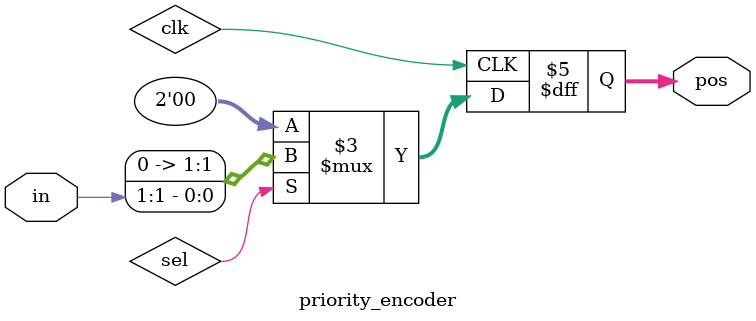
<source format=v>
module priority_encoder( 
input [2:0] in,
output reg [1:0] pos ); 
// When sel=1, assign b to out
always @(posedge clk)
  if (sel)
    pos <= in[1];
  else
    pos <= 0;
endmodule

</source>
